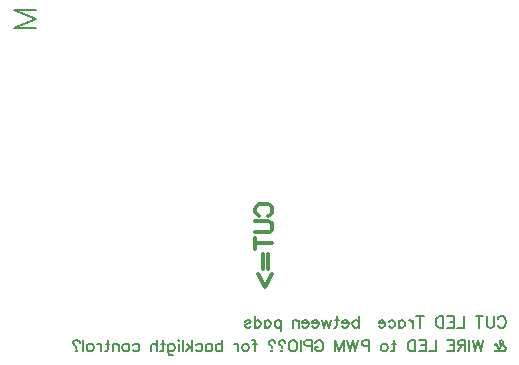
<source format=gbo>
G04 Layer: BottomSilkscreenLayer*
G04 EasyEDA v6.5.5, 2022-06-04 12:09:53*
G04 3e123cf2e83c460a892e92cee729170b,ccec236b37084310ae2d027740726036,10*
G04 Gerber Generator version 0.2*
G04 Scale: 100 percent, Rotated: No, Reflected: No *
G04 Dimensions in millimeters *
G04 leading zeros omitted , absolute positions ,4 integer and 5 decimal *
%FSLAX45Y45*%
%MOMM*%

%ADD10C,0.3000*%
%ADD18C,0.2032*%

%LPD*%
D18*
X836348Y8000989D02*
G01*
X1030310Y8000989D01*
X836348Y8000989D02*
G01*
X1030310Y7927098D01*
X836348Y7853210D02*
G01*
X1030310Y7927098D01*
X836348Y7853210D02*
G01*
X1030310Y7853210D01*
X4935618Y5386781D02*
G01*
X4940162Y5395871D01*
X4949253Y5404962D01*
X4958346Y5409509D01*
X4976528Y5409509D01*
X4985618Y5404962D01*
X4994709Y5395871D01*
X4999253Y5386781D01*
X5003800Y5373146D01*
X5003800Y5350418D01*
X4999253Y5336781D01*
X4994709Y5327690D01*
X4985618Y5318599D01*
X4976528Y5314053D01*
X4958346Y5314053D01*
X4949253Y5318599D01*
X4940162Y5327690D01*
X4935618Y5336781D01*
X4905618Y5409509D02*
G01*
X4905618Y5341327D01*
X4901072Y5327690D01*
X4891981Y5318599D01*
X4878346Y5314053D01*
X4869253Y5314053D01*
X4855618Y5318599D01*
X4846528Y5327690D01*
X4841981Y5341327D01*
X4841981Y5409509D01*
X4780163Y5409509D02*
G01*
X4780163Y5314053D01*
X4811981Y5409509D02*
G01*
X4748347Y5409509D01*
X4648347Y5409509D02*
G01*
X4648347Y5314053D01*
X4648347Y5314053D02*
G01*
X4593800Y5314053D01*
X4563800Y5409509D02*
G01*
X4563800Y5314053D01*
X4563800Y5409509D02*
G01*
X4504710Y5409509D01*
X4563800Y5364053D02*
G01*
X4527438Y5364053D01*
X4563800Y5314053D02*
G01*
X4504710Y5314053D01*
X4474710Y5409509D02*
G01*
X4474710Y5314053D01*
X4474710Y5409509D02*
G01*
X4442891Y5409509D01*
X4429254Y5404962D01*
X4420163Y5395871D01*
X4415619Y5386781D01*
X4411073Y5373146D01*
X4411073Y5350418D01*
X4415619Y5336781D01*
X4420163Y5327690D01*
X4429254Y5318599D01*
X4442891Y5314053D01*
X4474710Y5314053D01*
X4279254Y5409509D02*
G01*
X4279254Y5314053D01*
X4311073Y5409509D02*
G01*
X4247438Y5409509D01*
X4217438Y5377690D02*
G01*
X4217438Y5314053D01*
X4217438Y5350418D02*
G01*
X4212892Y5364053D01*
X4203801Y5373146D01*
X4194710Y5377690D01*
X4181073Y5377690D01*
X4096529Y5377690D02*
G01*
X4096529Y5314053D01*
X4096529Y5364053D02*
G01*
X4105620Y5373146D01*
X4114711Y5377690D01*
X4128348Y5377690D01*
X4137439Y5373146D01*
X4146529Y5364053D01*
X4151073Y5350418D01*
X4151073Y5341327D01*
X4146529Y5327690D01*
X4137439Y5318599D01*
X4128348Y5314053D01*
X4114711Y5314053D01*
X4105620Y5318599D01*
X4096529Y5327690D01*
X4011983Y5364053D02*
G01*
X4021074Y5373146D01*
X4030164Y5377690D01*
X4043801Y5377690D01*
X4052892Y5373146D01*
X4061983Y5364053D01*
X4066529Y5350418D01*
X4066529Y5341327D01*
X4061983Y5327690D01*
X4052892Y5318599D01*
X4043801Y5314053D01*
X4030164Y5314053D01*
X4021074Y5318599D01*
X4011983Y5327690D01*
X3981983Y5350418D02*
G01*
X3927439Y5350418D01*
X3927439Y5359509D01*
X3931983Y5368599D01*
X3936530Y5373146D01*
X3945620Y5377690D01*
X3959255Y5377690D01*
X3968348Y5373146D01*
X3977439Y5364053D01*
X3981983Y5350418D01*
X3981983Y5341327D01*
X3977439Y5327690D01*
X3968348Y5318599D01*
X3959255Y5314053D01*
X3945620Y5314053D01*
X3936530Y5318599D01*
X3927439Y5327690D01*
X3757439Y5409509D02*
G01*
X3757439Y5314053D01*
X3757439Y5364053D02*
G01*
X3748349Y5373146D01*
X3739255Y5377690D01*
X3725621Y5377690D01*
X3716530Y5373146D01*
X3707439Y5364053D01*
X3702893Y5350418D01*
X3702893Y5341327D01*
X3707439Y5327690D01*
X3716530Y5318599D01*
X3725621Y5314053D01*
X3739255Y5314053D01*
X3748349Y5318599D01*
X3757439Y5327690D01*
X3672893Y5350418D02*
G01*
X3618349Y5350418D01*
X3618349Y5359509D01*
X3622893Y5368599D01*
X3627440Y5373146D01*
X3636530Y5377690D01*
X3650165Y5377690D01*
X3659256Y5373146D01*
X3668349Y5364053D01*
X3672893Y5350418D01*
X3672893Y5341327D01*
X3668349Y5327690D01*
X3659256Y5318599D01*
X3650165Y5314053D01*
X3636530Y5314053D01*
X3627440Y5318599D01*
X3618349Y5327690D01*
X3574712Y5409509D02*
G01*
X3574712Y5332237D01*
X3570165Y5318599D01*
X3561074Y5314053D01*
X3551984Y5314053D01*
X3588349Y5377690D02*
G01*
X3556530Y5377690D01*
X3521984Y5377690D02*
G01*
X3503802Y5314053D01*
X3485621Y5377690D02*
G01*
X3503802Y5314053D01*
X3485621Y5377690D02*
G01*
X3467440Y5314053D01*
X3449256Y5377690D02*
G01*
X3467440Y5314053D01*
X3419256Y5350418D02*
G01*
X3364712Y5350418D01*
X3364712Y5359509D01*
X3369256Y5368599D01*
X3373803Y5373146D01*
X3382893Y5377690D01*
X3396531Y5377690D01*
X3405621Y5373146D01*
X3414712Y5364053D01*
X3419256Y5350418D01*
X3419256Y5341327D01*
X3414712Y5327690D01*
X3405621Y5318599D01*
X3396531Y5314053D01*
X3382893Y5314053D01*
X3373803Y5318599D01*
X3364712Y5327690D01*
X3334712Y5350418D02*
G01*
X3280166Y5350418D01*
X3280166Y5359509D01*
X3284712Y5368599D01*
X3289256Y5373146D01*
X3298350Y5377690D01*
X3311984Y5377690D01*
X3321075Y5373146D01*
X3330166Y5364053D01*
X3334712Y5350418D01*
X3334712Y5341327D01*
X3330166Y5327690D01*
X3321075Y5318599D01*
X3311984Y5314053D01*
X3298350Y5314053D01*
X3289256Y5318599D01*
X3280166Y5327690D01*
X3250166Y5377690D02*
G01*
X3250166Y5314053D01*
X3250166Y5359509D02*
G01*
X3236531Y5373146D01*
X3227440Y5377690D01*
X3213803Y5377690D01*
X3204712Y5373146D01*
X3200166Y5359509D01*
X3200166Y5314053D01*
X3100166Y5377690D02*
G01*
X3100166Y5282237D01*
X3100166Y5364053D02*
G01*
X3091075Y5373146D01*
X3081985Y5377690D01*
X3068350Y5377690D01*
X3059257Y5373146D01*
X3050166Y5364053D01*
X3045622Y5350418D01*
X3045622Y5341327D01*
X3050166Y5327690D01*
X3059257Y5318599D01*
X3068350Y5314053D01*
X3081985Y5314053D01*
X3091075Y5318599D01*
X3100166Y5327690D01*
X2961076Y5377690D02*
G01*
X2961076Y5314053D01*
X2961076Y5364053D02*
G01*
X2970166Y5373146D01*
X2979257Y5377690D01*
X2992894Y5377690D01*
X3001985Y5373146D01*
X3011076Y5364053D01*
X3015622Y5350418D01*
X3015622Y5341327D01*
X3011076Y5327690D01*
X3001985Y5318599D01*
X2992894Y5314053D01*
X2979257Y5314053D01*
X2970166Y5318599D01*
X2961076Y5327690D01*
X2876532Y5409509D02*
G01*
X2876532Y5314053D01*
X2876532Y5364053D02*
G01*
X2885622Y5373146D01*
X2894713Y5377690D01*
X2908350Y5377690D01*
X2917441Y5373146D01*
X2926532Y5364053D01*
X2931076Y5350418D01*
X2931076Y5341327D01*
X2926532Y5327690D01*
X2917441Y5318599D01*
X2908350Y5314053D01*
X2894713Y5314053D01*
X2885622Y5318599D01*
X2876532Y5327690D01*
X2796532Y5364053D02*
G01*
X2801076Y5373146D01*
X2814713Y5377690D01*
X2828350Y5377690D01*
X2841985Y5373146D01*
X2846532Y5364053D01*
X2841985Y5354962D01*
X2832895Y5350418D01*
X2810167Y5345871D01*
X2801076Y5341327D01*
X2796532Y5332237D01*
X2796532Y5327690D01*
X2801076Y5318599D01*
X2814713Y5314053D01*
X2828350Y5314053D01*
X2841985Y5318599D01*
X2846532Y5327690D01*
X4912890Y5167000D02*
G01*
X4912890Y5171546D01*
X4917437Y5176090D01*
X4921981Y5176090D01*
X4926528Y5171546D01*
X4931072Y5162453D01*
X4940162Y5139728D01*
X4949253Y5126090D01*
X4958346Y5117000D01*
X4967437Y5112453D01*
X4985618Y5112453D01*
X4994709Y5117000D01*
X4999253Y5121546D01*
X5003800Y5130637D01*
X5003800Y5139728D01*
X4999253Y5148818D01*
X4994709Y5153362D01*
X4962890Y5171546D01*
X4958346Y5176090D01*
X4953800Y5185181D01*
X4953800Y5194272D01*
X4958346Y5203362D01*
X4967437Y5207909D01*
X4976528Y5203362D01*
X4981072Y5194272D01*
X4981072Y5185181D01*
X4976528Y5171546D01*
X4967437Y5157909D01*
X4944709Y5126090D01*
X4935618Y5117000D01*
X4926528Y5112453D01*
X4917437Y5112453D01*
X4912890Y5117000D01*
X4912890Y5121546D01*
X4812891Y5207909D02*
G01*
X4790163Y5112453D01*
X4767437Y5207909D02*
G01*
X4790163Y5112453D01*
X4767437Y5207909D02*
G01*
X4744709Y5112453D01*
X4721981Y5207909D02*
G01*
X4744709Y5112453D01*
X4691981Y5207909D02*
G01*
X4691981Y5112453D01*
X4661982Y5207909D02*
G01*
X4661982Y5112453D01*
X4661982Y5207909D02*
G01*
X4621072Y5207909D01*
X4607438Y5203362D01*
X4602891Y5198818D01*
X4598347Y5189728D01*
X4598347Y5180637D01*
X4602891Y5171546D01*
X4607438Y5167000D01*
X4621072Y5162453D01*
X4661982Y5162453D01*
X4630163Y5162453D02*
G01*
X4598347Y5112453D01*
X4568347Y5207909D02*
G01*
X4568347Y5112453D01*
X4568347Y5207909D02*
G01*
X4509254Y5207909D01*
X4568347Y5162453D02*
G01*
X4531982Y5162453D01*
X4568347Y5112453D02*
G01*
X4509254Y5112453D01*
X4409254Y5207909D02*
G01*
X4409254Y5112453D01*
X4409254Y5112453D02*
G01*
X4354710Y5112453D01*
X4324710Y5207909D02*
G01*
X4324710Y5112453D01*
X4324710Y5207909D02*
G01*
X4265620Y5207909D01*
X4324710Y5162453D02*
G01*
X4288348Y5162453D01*
X4324710Y5112453D02*
G01*
X4265620Y5112453D01*
X4235620Y5207909D02*
G01*
X4235620Y5112453D01*
X4235620Y5207909D02*
G01*
X4203801Y5207909D01*
X4190164Y5203362D01*
X4181073Y5194272D01*
X4176529Y5185181D01*
X4171983Y5171546D01*
X4171983Y5148818D01*
X4176529Y5135181D01*
X4181073Y5126090D01*
X4190164Y5117000D01*
X4203801Y5112453D01*
X4235620Y5112453D01*
X4058348Y5207909D02*
G01*
X4058348Y5130637D01*
X4053801Y5117000D01*
X4044711Y5112453D01*
X4035620Y5112453D01*
X4071983Y5176090D02*
G01*
X4040164Y5176090D01*
X3982892Y5176090D02*
G01*
X3991983Y5171546D01*
X4001074Y5162453D01*
X4005620Y5148818D01*
X4005620Y5139728D01*
X4001074Y5126090D01*
X3991983Y5117000D01*
X3982892Y5112453D01*
X3969255Y5112453D01*
X3960164Y5117000D01*
X3951074Y5126090D01*
X3946530Y5139728D01*
X3946530Y5148818D01*
X3951074Y5162453D01*
X3960164Y5171546D01*
X3969255Y5176090D01*
X3982892Y5176090D01*
X3846530Y5207909D02*
G01*
X3846530Y5112453D01*
X3846530Y5207909D02*
G01*
X3805621Y5207909D01*
X3791983Y5203362D01*
X3787439Y5198818D01*
X3782893Y5189728D01*
X3782893Y5176090D01*
X3787439Y5167000D01*
X3791983Y5162453D01*
X3805621Y5157909D01*
X3846530Y5157909D01*
X3752893Y5207909D02*
G01*
X3730165Y5112453D01*
X3707439Y5207909D02*
G01*
X3730165Y5112453D01*
X3707439Y5207909D02*
G01*
X3684711Y5112453D01*
X3661984Y5207909D02*
G01*
X3684711Y5112453D01*
X3631984Y5207909D02*
G01*
X3631984Y5112453D01*
X3631984Y5207909D02*
G01*
X3595621Y5112453D01*
X3559256Y5207909D02*
G01*
X3595621Y5112453D01*
X3559256Y5207909D02*
G01*
X3559256Y5112453D01*
X3391075Y5185181D02*
G01*
X3395621Y5194272D01*
X3404712Y5203362D01*
X3413803Y5207909D01*
X3431984Y5207909D01*
X3441075Y5203362D01*
X3450165Y5194272D01*
X3454712Y5185181D01*
X3459256Y5171546D01*
X3459256Y5148818D01*
X3454712Y5135181D01*
X3450165Y5126090D01*
X3441075Y5117000D01*
X3431984Y5112453D01*
X3413803Y5112453D01*
X3404712Y5117000D01*
X3395621Y5126090D01*
X3391075Y5135181D01*
X3391075Y5148818D01*
X3413803Y5148818D02*
G01*
X3391075Y5148818D01*
X3361075Y5207909D02*
G01*
X3361075Y5112453D01*
X3361075Y5207909D02*
G01*
X3320166Y5207909D01*
X3306531Y5203362D01*
X3301984Y5198818D01*
X3297440Y5189728D01*
X3297440Y5176090D01*
X3301984Y5167000D01*
X3306531Y5162453D01*
X3320166Y5157909D01*
X3361075Y5157909D01*
X3267440Y5207909D02*
G01*
X3267440Y5112453D01*
X3210166Y5207909D02*
G01*
X3219256Y5203362D01*
X3228350Y5194272D01*
X3232894Y5185181D01*
X3237440Y5171546D01*
X3237440Y5148818D01*
X3232894Y5135181D01*
X3228350Y5126090D01*
X3219256Y5117000D01*
X3210166Y5112453D01*
X3191984Y5112453D01*
X3182894Y5117000D01*
X3173803Y5126090D01*
X3169257Y5135181D01*
X3164713Y5148818D01*
X3164713Y5171546D01*
X3169257Y5185181D01*
X3173803Y5194272D01*
X3182894Y5203362D01*
X3191984Y5207909D01*
X3210166Y5207909D01*
X3134713Y5185181D02*
G01*
X3134713Y5189728D01*
X3130166Y5198818D01*
X3125622Y5203362D01*
X3116531Y5207909D01*
X3098350Y5207909D01*
X3089257Y5203362D01*
X3084713Y5198818D01*
X3080166Y5189728D01*
X3080166Y5180637D01*
X3084713Y5171546D01*
X3089257Y5167000D01*
X3107441Y5157909D01*
X3107441Y5144272D01*
X3107441Y5121546D02*
G01*
X3111985Y5117000D01*
X3107441Y5112453D01*
X3102894Y5117000D01*
X3107441Y5121546D01*
X3050166Y5185181D02*
G01*
X3050166Y5189728D01*
X3045622Y5198818D01*
X3041075Y5203362D01*
X3031985Y5207909D01*
X3013803Y5207909D01*
X3004713Y5203362D01*
X3000166Y5198818D01*
X2995622Y5189728D01*
X2995622Y5180637D01*
X3000166Y5171546D01*
X3004713Y5167000D01*
X3022894Y5157909D01*
X3022894Y5144272D01*
X3022894Y5121546D02*
G01*
X3027441Y5117000D01*
X3022894Y5112453D01*
X3018350Y5117000D01*
X3022894Y5121546D01*
X2859257Y5207909D02*
G01*
X2868350Y5207909D01*
X2877441Y5203362D01*
X2881985Y5189728D01*
X2881985Y5112453D01*
X2895622Y5176090D02*
G01*
X2863804Y5176090D01*
X2806532Y5176090D02*
G01*
X2815623Y5171546D01*
X2824713Y5162453D01*
X2829257Y5148818D01*
X2829257Y5139728D01*
X2824713Y5126090D01*
X2815623Y5117000D01*
X2806532Y5112453D01*
X2792895Y5112453D01*
X2783804Y5117000D01*
X2774713Y5126090D01*
X2770167Y5139728D01*
X2770167Y5148818D01*
X2774713Y5162453D01*
X2783804Y5171546D01*
X2792895Y5176090D01*
X2806532Y5176090D01*
X2740167Y5176090D02*
G01*
X2740167Y5112453D01*
X2740167Y5148818D02*
G01*
X2735623Y5162453D01*
X2726532Y5171546D01*
X2717441Y5176090D01*
X2703804Y5176090D01*
X2603804Y5207909D02*
G01*
X2603804Y5112453D01*
X2603804Y5162453D02*
G01*
X2594714Y5171546D01*
X2585623Y5176090D01*
X2571986Y5176090D01*
X2562895Y5171546D01*
X2553804Y5162453D01*
X2549258Y5148818D01*
X2549258Y5139728D01*
X2553804Y5126090D01*
X2562895Y5117000D01*
X2571986Y5112453D01*
X2585623Y5112453D01*
X2594714Y5117000D01*
X2603804Y5126090D01*
X2464714Y5176090D02*
G01*
X2464714Y5112453D01*
X2464714Y5162453D02*
G01*
X2473805Y5171546D01*
X2482895Y5176090D01*
X2496532Y5176090D01*
X2505623Y5171546D01*
X2514714Y5162453D01*
X2519258Y5148818D01*
X2519258Y5139728D01*
X2514714Y5126090D01*
X2505623Y5117000D01*
X2496532Y5112453D01*
X2482895Y5112453D01*
X2473805Y5117000D01*
X2464714Y5126090D01*
X2380167Y5162453D02*
G01*
X2389258Y5171546D01*
X2398351Y5176090D01*
X2411986Y5176090D01*
X2421077Y5171546D01*
X2430167Y5162453D01*
X2434714Y5148818D01*
X2434714Y5139728D01*
X2430167Y5126090D01*
X2421077Y5117000D01*
X2411986Y5112453D01*
X2398351Y5112453D01*
X2389258Y5117000D01*
X2380167Y5126090D01*
X2350168Y5207909D02*
G01*
X2350168Y5112453D01*
X2304714Y5176090D02*
G01*
X2350168Y5130637D01*
X2331986Y5148818D02*
G01*
X2300168Y5112453D01*
X2270168Y5207909D02*
G01*
X2270168Y5112453D01*
X2240168Y5207909D02*
G01*
X2235624Y5203362D01*
X2231077Y5207909D01*
X2235624Y5212453D01*
X2240168Y5207909D01*
X2235624Y5176090D02*
G01*
X2235624Y5112453D01*
X2146533Y5176090D02*
G01*
X2146533Y5103362D01*
X2151077Y5089728D01*
X2155624Y5085181D01*
X2164715Y5080637D01*
X2178352Y5080637D01*
X2187442Y5085181D01*
X2146533Y5162453D02*
G01*
X2155624Y5171546D01*
X2164715Y5176090D01*
X2178352Y5176090D01*
X2187442Y5171546D01*
X2196533Y5162453D01*
X2201077Y5148818D01*
X2201077Y5139728D01*
X2196533Y5126090D01*
X2187442Y5117000D01*
X2178352Y5112453D01*
X2164715Y5112453D01*
X2155624Y5117000D01*
X2146533Y5126090D01*
X2102896Y5207909D02*
G01*
X2102896Y5130637D01*
X2098352Y5117000D01*
X2089259Y5112453D01*
X2080168Y5112453D01*
X2116533Y5176090D02*
G01*
X2084715Y5176090D01*
X2050168Y5207909D02*
G01*
X2050168Y5112453D01*
X2050168Y5157909D02*
G01*
X2036533Y5171546D01*
X2027443Y5176090D01*
X2013805Y5176090D01*
X2004715Y5171546D01*
X2000168Y5157909D01*
X2000168Y5112453D01*
X1845624Y5162453D02*
G01*
X1854715Y5171546D01*
X1863806Y5176090D01*
X1877443Y5176090D01*
X1886534Y5171546D01*
X1895624Y5162453D01*
X1900168Y5148818D01*
X1900168Y5139728D01*
X1895624Y5126090D01*
X1886534Y5117000D01*
X1877443Y5112453D01*
X1863806Y5112453D01*
X1854715Y5117000D01*
X1845624Y5126090D01*
X1792897Y5176090D02*
G01*
X1801987Y5171546D01*
X1811078Y5162453D01*
X1815625Y5148818D01*
X1815625Y5139728D01*
X1811078Y5126090D01*
X1801987Y5117000D01*
X1792897Y5112453D01*
X1779259Y5112453D01*
X1770169Y5117000D01*
X1761078Y5126090D01*
X1756534Y5139728D01*
X1756534Y5148818D01*
X1761078Y5162453D01*
X1770169Y5171546D01*
X1779259Y5176090D01*
X1792897Y5176090D01*
X1726534Y5176090D02*
G01*
X1726534Y5112453D01*
X1726534Y5157909D02*
G01*
X1712897Y5171546D01*
X1703806Y5176090D01*
X1690169Y5176090D01*
X1681078Y5171546D01*
X1676534Y5157909D01*
X1676534Y5112453D01*
X1632897Y5207909D02*
G01*
X1632897Y5130637D01*
X1628353Y5117000D01*
X1619260Y5112453D01*
X1610169Y5112453D01*
X1646534Y5176090D02*
G01*
X1614716Y5176090D01*
X1580169Y5176090D02*
G01*
X1580169Y5112453D01*
X1580169Y5148818D02*
G01*
X1575625Y5162453D01*
X1566534Y5171546D01*
X1557444Y5176090D01*
X1543806Y5176090D01*
X1491079Y5176090D02*
G01*
X1500169Y5171546D01*
X1509260Y5162453D01*
X1513806Y5148818D01*
X1513806Y5139728D01*
X1509260Y5126090D01*
X1500169Y5117000D01*
X1491079Y5112453D01*
X1477444Y5112453D01*
X1468353Y5117000D01*
X1459260Y5126090D01*
X1454716Y5139728D01*
X1454716Y5148818D01*
X1459260Y5162453D01*
X1468353Y5171546D01*
X1477444Y5176090D01*
X1491079Y5176090D01*
X1424716Y5207909D02*
G01*
X1424716Y5112453D01*
X1394716Y5185181D02*
G01*
X1394716Y5189728D01*
X1390169Y5198818D01*
X1385625Y5203362D01*
X1376535Y5207909D01*
X1358353Y5207909D01*
X1349260Y5203362D01*
X1344716Y5198818D01*
X1340170Y5189728D01*
X1340170Y5180637D01*
X1344716Y5171546D01*
X1349260Y5167000D01*
X1367444Y5157909D01*
X1367444Y5144272D01*
X1367444Y5121546D02*
G01*
X1371988Y5117000D01*
X1367444Y5112453D01*
X1362897Y5117000D01*
X1367444Y5121546D01*
D10*
X2917952Y6260337D02*
G01*
X2904490Y6267195D01*
X2890774Y6280912D01*
X2883915Y6294628D01*
X2883915Y6321805D01*
X2890774Y6335521D01*
X2904490Y6348984D01*
X2917952Y6355842D01*
X2938525Y6362700D01*
X2972561Y6362700D01*
X2993136Y6355842D01*
X3006597Y6348984D01*
X3020313Y6335521D01*
X3027172Y6321805D01*
X3027172Y6294628D01*
X3020313Y6280912D01*
X3006597Y6267195D01*
X2993136Y6260337D01*
X2883915Y6215379D02*
G01*
X2986277Y6215379D01*
X3006597Y6208521D01*
X3020313Y6195060D01*
X3027172Y6174486D01*
X3027172Y6160770D01*
X3020313Y6140450D01*
X3006597Y6126734D01*
X2986277Y6119876D01*
X2883915Y6119876D01*
X2883915Y6027165D02*
G01*
X3027172Y6027165D01*
X2883915Y6074918D02*
G01*
X2883915Y5979413D01*
X2945384Y5934455D02*
G01*
X2945384Y5811773D01*
X2986277Y5934455D02*
G01*
X2986277Y5811773D01*
X2904490Y5766815D02*
G01*
X2965704Y5657595D01*
X3027172Y5766815D01*
M02*

</source>
